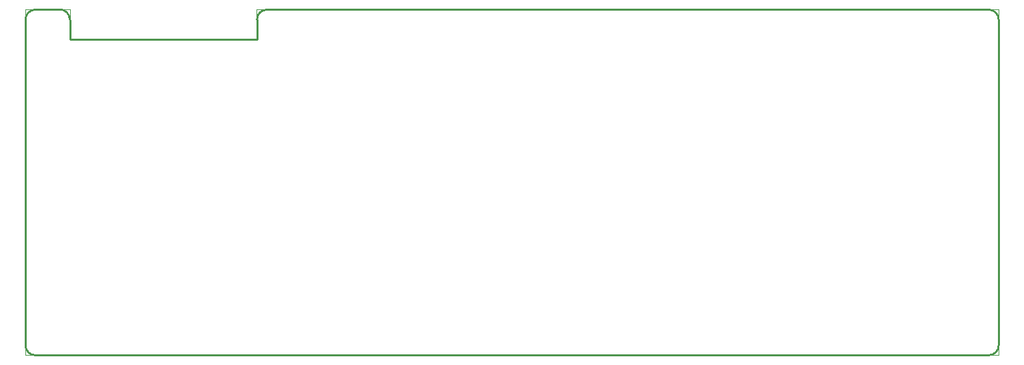
<source format=gbr>
%TF.GenerationSoftware,Altium Limited,Altium Designer,20.1.14 (287)*%
G04 Layer_Color=16711935*
%FSLAX26Y26*%
%MOIN*%
%TF.SameCoordinates,99935E59-988C-4C8E-A83C-0B030DBE8EB2*%
%TF.FilePolarity,Positive*%
%TF.FileFunction,Keep-out,Top*%
%TF.Part,Single*%
G01*
G75*
%TA.AperFunction,NonConductor*%
%ADD62C,0.010000*%
%ADD91C,0.001000*%
D62*
X221227Y1678851D02*
G03*
X171529Y1728550I-49485J213D01*
G01*
X1205348Y1727565D02*
G03*
X1155650Y1677866I-213J-49485D01*
G01*
X4807323Y1114D02*
G03*
X4857021Y50813I213J49485D01*
G01*
X650D02*
G03*
X50348Y1114I49485J-213D01*
G01*
X4857021Y1677866D02*
G03*
X4807323Y1727565I-49485J213D01*
G01*
X50348D02*
G03*
X650Y1677866I-213J-49485D01*
G01*
X50571Y1727788D02*
X171227D01*
X221811Y1578293D02*
X221825Y1677138D01*
X221811Y1580000D02*
X1155135Y1580000D01*
X116Y1677138D02*
X116Y52527D01*
X49572Y963D02*
X4807323Y963D01*
X1155135Y1578293D02*
Y1677565D01*
X4857235D02*
X4857235Y51328D01*
X1205237Y1727565D02*
X4809962D01*
D91*
X221742Y1679065D02*
G03*
X171742Y1729065I-50000J0D01*
G01*
X631Y51497D02*
G03*
X50631Y1497I50000J0D01*
G01*
X4857537Y1678080D02*
G03*
X4807537Y1728080I-50000J0D01*
G01*
X50135D02*
G03*
X135Y1678080I0J-50000D01*
G01*
X4807021Y813D02*
G03*
X4857021Y50813I0J50000D01*
G01*
X1205135Y1728080D02*
G03*
X1155135Y1678080I0J-50000D01*
G01*
X176717Y1729580D02*
X221227D01*
X222000Y1684813D02*
Y1729322D01*
X4812769Y1070D02*
X4857279D01*
X888Y1239D02*
Y45749D01*
X1154877Y1727822D02*
X1199387D01*
X-123D02*
X44387D01*
X4857279Y1683828D02*
Y1728337D01*
X4857537Y1328D02*
Y45837D01*
X1146Y982D02*
X45655D01*
X-380Y1683055D02*
Y1727565D01*
X4812512Y1728595D02*
X4857021D01*
X1154620Y1683055D02*
Y1727565D01*
%TF.MD5,7d520c745f95b12cc86e4db4a6e4305a*%
M02*

</source>
